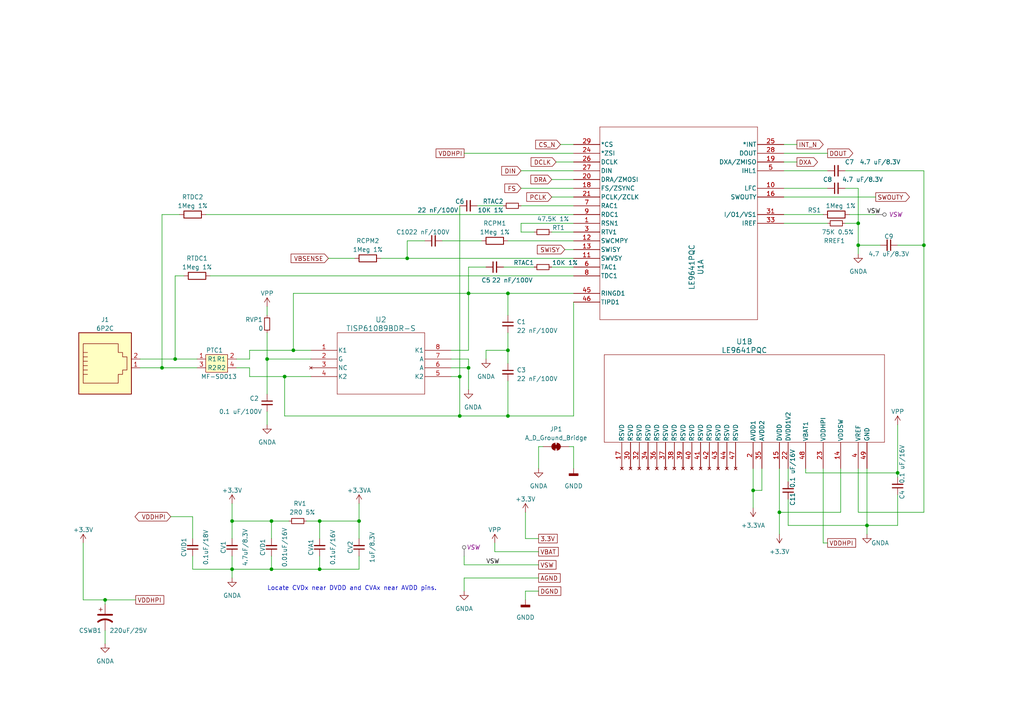
<source format=kicad_sch>
(kicad_sch (version 20230121) (generator eeschema)
  (paper "A4")
  (lib_symbols
    (symbol "Connector:6P2C" (pin_names (offset 1.016))
      (property "Reference" "J" (at -5.08 11.43 0))
      (property "Value" "6P2C" (at 2.54 11.43 0))
      (symbol "6P2C_0_1"
        (polyline (pts (xy -6.35 -1.905) (xy -5.08 -1.905) (xy -5.08 -1.905)))
        (polyline (pts (xy -6.35 -0.635) (xy -5.08 -0.635) (xy -5.08 -0.635)))
        (polyline (pts (xy -6.35 0.635) (xy -5.08 0.635) (xy -5.08 0.635)))
        (polyline (pts (xy -6.35 1.905) (xy -5.08 1.905) (xy -5.08 1.905)))
        (polyline (pts (xy -6.35 3.175) (xy -5.08 3.175) (xy -5.08 3.175)))
        (polyline (pts (xy -5.08 4.445) (xy -6.35 4.445) (xy -6.35 4.445)))
        (polyline (pts (xy -6.35 -4.445) (xy -6.35 6.985) (xy 3.81 6.985) (xy 3.81 4.445) (xy 5.08 4.445) (xy 5.08 3.175) (xy 6.35 3.175) (xy 6.35 -0.635) (xy 5.08 -0.635) (xy 5.08 -1.905) (xy 3.81 -1.905) (xy 3.81 -4.445) (xy -6.35 -4.445) (xy -6.35 -4.445)))
        (rectangle (start 7.62 10.16) (end -7.62 -7.62) (stroke (width 0.254)) (fill (type background)))
      )
      (symbol "6P2C_1_1"
        (pin passive line (at 10.16 0 180) (length 2.54) (name "~") (number "1"))
        (pin passive line (at 10.16 2.54 180) (length 2.54) (name "~") (number "2"))
      )
    )
    (symbol "Device:C_Polarized_US" (pin_numbers hide) (pin_names (offset 0.254) hide)
      (property "Reference" "C" (at 0.635 2.54 0))
      (property "Value" "C_Polarized_US" (at 0.635 -2.54 0))
      (symbol "C_Polarized_US_0_1"
        (polyline (pts (xy -2.032 0.762) (xy 2.032 0.762)) (stroke (width 0.508)))
        (polyline (pts (xy -1.778 2.286) (xy -0.762 2.286)))
        (polyline (pts (xy -1.27 1.778) (xy -1.27 2.794)))
        (arc (start 2.032 -1.27) (mid 0 -0.5572) (end -2.032 -1.27) (stroke (width 0.508)))
      )
      (symbol "C_Polarized_US_1_1"
        (pin passive line (at 0 3.81 270) (length 2.794) (name "~") (number "1"))
        (pin passive line (at 0 -3.81 90) (length 3.302) (name "~") (number "2"))
      )
    )
    (symbol "Device:C_Small" (pin_numbers hide) (pin_names (offset 0.254) hide)
      (property "Reference" "C" (at 0.254 1.778 0))
      (property "Value" "C_Small" (at 0.254 -2.032 0))
      (symbol "C_Small_0_1"
        (polyline (pts (xy -1.524 -0.508) (xy 1.524 -0.508)) (stroke (width 0.3302)))
        (polyline (pts (xy -1.524 0.508) (xy 1.524 0.508)) (stroke (width 0.3048)))
      )
      (symbol "C_Small_1_1"
        (pin passive line (at 0 2.54 270) (length 2.032) (name "~") (number "1"))
        (pin passive line (at 0 -2.54 90) (length 2.032) (name "~") (number "2"))
      )
    )
    (symbol "Device:R" (pin_numbers hide) (pin_names (offset 0))
      (property "Reference" "R" (at 2.032 0 90))
      (property "Value" "R" (at 0 0 90))
      (symbol "R_0_1"
        (rectangle (start -1.016 -2.54) (end 1.016 2.54) (stroke (width 0.254)))
      )
      (symbol "R_1_1"
        (pin passive line (at 0 3.81 270) (length 1.27) (name "~") (number "1"))
        (pin passive line (at 0 -3.81 90) (length 1.27) (name "~") (number "2"))
      )
    )
    (symbol "Device:R_Small" (pin_numbers hide) (pin_names (offset 0.254) hide)
      (property "Reference" "R" (at 0.762 0.508 0))
      (property "Value" "R_Small" (at 0.762 -1.016 0))
      (symbol "R_Small_0_1"
        (rectangle (start -0.762 1.778) (end 0.762 -1.778) (stroke (width 0.2032)))
      )
      (symbol "R_Small_1_1"
        (pin passive line (at 0 2.54 270) (length 0.762) (name "~") (number "1"))
        (pin passive line (at 0 -2.54 90) (length 0.762) (name "~") (number "2"))
      )
    )
    (symbol "Jumper:SolderJumper_2_Bridged" (pin_numbers hide) (pin_names (offset 0) hide)
      (property "Reference" "JP" (at 0 2.032 0))
      (property "Value" "SolderJumper_2_Bridged" (at 0 -2.54 0))
      (symbol "SolderJumper_2_Bridged_0_1"
        (rectangle (start -0.508 0.508) (end 0.508 -0.508) (fill (type outline)))
        (arc (start -0.254 1.016) (mid -1.2656 0) (end -0.254 -1.016))
        (arc (start -0.254 1.016) (mid -1.2656 0) (end -0.254 -1.016) (fill (type outline)))
        (polyline (pts (xy -0.254 1.016) (xy -0.254 -1.016)))
        (polyline (pts (xy 0.254 1.016) (xy 0.254 -1.016)))
        (arc (start 0.254 -1.016) (mid 1.2656 0) (end 0.254 1.016))
        (arc (start 0.254 -1.016) (mid 1.2656 0) (end 0.254 1.016) (fill (type outline)))
      )
      (symbol "SolderJumper_2_Bridged_1_1"
        (pin passive line (at -3.81 0 0) (length 2.54) (name "A") (number "1"))
        (pin passive line (at 3.81 0 180) (length 2.54) (name "B") (number "2"))
      )
    )
    (symbol "LE9641:LE9641PQC" (pin_names (offset 0.254))
      (property "Reference" "U1" (at 36.83 -35.56 90))
      (property "Value" "LE9641PQC" (at 34.29 -35.56 90))
      (symbol "LE9641PQC_1_1"
        (polyline (pts (xy 7.62 -50.8) (xy 53.34 -50.8)) (stroke (width 0.127)))
        (polyline (pts (xy 7.62 5.08) (xy 7.62 -50.8)) (stroke (width 0.127)))
        (polyline (pts (xy 53.34 -50.8) (xy 53.34 5.08)) (stroke (width 0.127)))
        (polyline (pts (xy 53.34 5.08) (xy 7.62 5.08)) (stroke (width 0.127)))
        (pin input line (at 0 -22.86 0) (length 7.62) (name "RSN1") (number "1"))
        (pin output line (at 60.96 -12.7 180) (length 7.62) (name "LFC") (number "10"))
        (pin input line (at 0 -33.02 0) (length 7.62) (name "SWVSY") (number "11"))
        (pin input line (at 0 -27.94 0) (length 7.62) (name "SWCMPY") (number "12"))
        (pin input line (at 0 -30.48 0) (length 7.62) (name "SWISY") (number "13"))
        (pin output line (at 60.96 -15.24 180) (length 7.62) (name "SWOUTY") (number "16"))
        (pin input line (at 0 -12.7 0) (length 7.62) (name "FS/ZSYNC") (number "18"))
        (pin output line (at 60.96 -5.08 180) (length 7.62) (name "DXA/ZMISO") (number "19"))
        (pin input line (at 0 -10.16 0) (length 7.62) (name "DRA/ZMOSI") (number "20"))
        (pin input line (at 0 -15.24 0) (length 7.62) (name "PCLK/ZCLK") (number "21"))
        (pin input line (at 0 -2.54 0) (length 7.62) (name "*ZSI") (number "24"))
        (pin output line (at 60.96 0 180) (length 7.62) (name "*INT") (number "25"))
        (pin input line (at 0 -5.08 0) (length 7.62) (name "DCLK") (number "26"))
        (pin input line (at 0 -7.62 0) (length 7.62) (name "DIN") (number "27"))
        (pin output line (at 60.96 -2.54 180) (length 7.62) (name "DOUT") (number "28"))
        (pin input line (at 0 0 0) (length 7.62) (name "*CS") (number "29"))
        (pin input line (at 0 -25.4 0) (length 7.62) (name "RTV1") (number "3"))
        (pin bidirectional line (at 60.96 -20.32 180) (length 7.62) (name "I/O1/VS1") (number "31"))
        (pin unspecified line (at 60.96 -22.86 180) (length 7.62) (name "IREF") (number "33"))
        (pin output line (at 0 -43.18 0) (length 7.62) (name "RINGD1") (number "45"))
        (pin output line (at 0 -45.72 0) (length 7.62) (name "TIPD1") (number "46"))
        (pin output line (at 60.96 -7.62 180) (length 7.62) (name "IHL1") (number "5"))
        (pin input line (at 0 -35.56 0) (length 7.62) (name "TAC1") (number "6"))
        (pin input line (at 0 -17.78 0) (length 7.62) (name "RAC1") (number "7"))
        (pin input line (at 0 -38.1 0) (length 7.62) (name "TDC1") (number "8"))
        (pin input line (at 0 -20.32 0) (length 7.62) (name "RDC1") (number "9"))
      )
      (symbol "LE9641PQC_2_1"
        (polyline (pts (xy 7.62 -76.2) (xy 33.02 -76.2)) (stroke (width 0.127)))
        (polyline (pts (xy 7.62 5.08) (xy 7.62 -76.2)) (stroke (width 0.127)))
        (polyline (pts (xy 33.02 -76.2) (xy 33.02 5.08)) (stroke (width 0.127)))
        (polyline (pts (xy 33.02 5.08) (xy 7.62 5.08)) (stroke (width 0.127)))
        (pin power_in line (at 0 -63.5 0) (length 7.62) (name "VDDSW") (number "14"))
        (pin power_in line (at 0 -45.72 0) (length 7.62) (name "DVDD") (number "15"))
        (pin no_connect line (at 0 0 0) (length 7.62) (name "RSVD") (number "17"))
        (pin power_in line (at 0 -38.1 0) (length 7.62) (name "AVDD1") (number "2"))
        (pin power_in line (at 0 -48.26 0) (length 7.62) (name "DVDD1V2") (number "22"))
        (pin power_in line (at 0 -58.42 0) (length 7.62) (name "VDDHPI") (number "23"))
        (pin no_connect line (at 0 -2.54 0) (length 7.62) (name "RSVD") (number "30"))
        (pin no_connect line (at 0 -5.08 0) (length 7.62) (name "RSVD") (number "32"))
        (pin no_connect line (at 0 -7.62 0) (length 7.62) (name "RSVD") (number "34"))
        (pin power_in line (at 0 -40.64 0) (length 7.62) (name "AVDD2") (number "35"))
        (pin no_connect line (at 0 -10.16 0) (length 7.62) (name "RSVD") (number "36"))
        (pin no_connect line (at 0 -12.7 0) (length 7.62) (name "RSVD") (number "37"))
        (pin no_connect line (at 0 -15.24 0) (length 7.62) (name "RSVD") (number "38"))
        (pin no_connect line (at 0 -17.78 0) (length 7.62) (name "RSVD") (number "39"))
        (pin unspecified line (at 0 -68.58 0) (length 7.62) (name "VREF") (number "4"))
        (pin no_connect line (at 0 -20.32 0) (length 7.62) (name "RSVD") (number "40"))
        (pin no_connect line (at 0 -22.86 0) (length 7.62) (name "RSVD") (number "41"))
        (pin no_connect line (at 0 -25.4 0) (length 7.62) (name "RSVD") (number "42"))
        (pin no_connect line (at 0 -27.94 0) (length 7.62) (name "RSVD") (number "43"))
        (pin no_connect line (at 0 -30.48 0) (length 7.62) (name "RSVD") (number "44"))
        (pin no_connect line (at 0 -33.02 0) (length 7.62) (name "RSVD") (number "47"))
        (pin power_in line (at 0 -53.34 0) (length 7.62) (name "VBAT1") (number "48"))
        (pin power_out line (at 0 -71.12 0) (length 7.62) (name "GND") (number "49"))
      )
    )
    (symbol "LE9641PQC_1" (pin_names (offset 0.254))
      (property "Reference" "U1" (at 36.83 -35.56 90))
      (property "Value" "LE9641PQC" (at 34.29 -35.56 90))
      (symbol "LE9641PQC_1_1_1"
        (polyline (pts (xy 7.62 -50.8) (xy 53.34 -50.8)) (stroke (width 0.127)))
        (polyline (pts (xy 7.62 5.08) (xy 7.62 -50.8)) (stroke (width 0.127)))
        (polyline (pts (xy 53.34 -50.8) (xy 53.34 5.08)) (stroke (width 0.127)))
        (polyline (pts (xy 53.34 5.08) (xy 7.62 5.08)) (stroke (width 0.127)))
        (pin input line (at 0 -22.86 0) (length 7.62) (name "RSN1") (number "1"))
        (pin output line (at 60.96 -12.7 180) (length 7.62) (name "LFC") (number "10"))
        (pin input line (at 0 -33.02 0) (length 7.62) (name "SWVSY") (number "11"))
        (pin input line (at 0 -27.94 0) (length 7.62) (name "SWCMPY") (number "12"))
        (pin input line (at 0 -30.48 0) (length 7.62) (name "SWISY") (number "13"))
        (pin output line (at 60.96 -15.24 180) (length 7.62) (name "SWOUTY") (number "16"))
        (pin input line (at 0 -12.7 0) (length 7.62) (name "FS/ZSYNC") (number "18"))
        (pin output line (at 60.96 -5.08 180) (length 7.62) (name "DXA/ZMISO") (number "19"))
        (pin input line (at 0 -10.16 0) (length 7.62) (name "DRA/ZMOSI") (number "20"))
        (pin input line (at 0 -15.24 0) (length 7.62) (name "PCLK/ZCLK") (number "21"))
        (pin input line (at 0 -2.54 0) (length 7.62) (name "*ZSI") (number "24"))
        (pin output line (at 60.96 0 180) (length 7.62) (name "*INT") (number "25"))
        (pin input line (at 0 -5.08 0) (length 7.62) (name "DCLK") (number "26"))
        (pin input line (at 0 -7.62 0) (length 7.62) (name "DIN") (number "27"))
        (pin output line (at 60.96 -2.54 180) (length 7.62) (name "DOUT") (number "28"))
        (pin input line (at 0 0 0) (length 7.62) (name "*CS") (number "29"))
        (pin input line (at 0 -25.4 0) (length 7.62) (name "RTV1") (number "3"))
        (pin bidirectional line (at 60.96 -20.32 180) (length 7.62) (name "I/O1/VS1") (number "31"))
        (pin unspecified line (at 60.96 -22.86 180) (length 7.62) (name "IREF") (number "33"))
        (pin output line (at 0 -43.18 0) (length 7.62) (name "RINGD1") (number "45"))
        (pin output line (at 0 -45.72 0) (length 7.62) (name "TIPD1") (number "46"))
        (pin output line (at 60.96 -7.62 180) (length 7.62) (name "IHL1") (number "5"))
        (pin input line (at 0 -35.56 0) (length 7.62) (name "TAC1") (number "6"))
        (pin input line (at 0 -17.78 0) (length 7.62) (name "RAC1") (number "7"))
        (pin input line (at 0 -38.1 0) (length 7.62) (name "TDC1") (number "8"))
        (pin input line (at 0 -20.32 0) (length 7.62) (name "RDC1") (number "9"))
      )
      (symbol "LE9641PQC_1_2_1"
        (polyline (pts (xy 7.62 -76.2) (xy 33.02 -76.2)) (stroke (width 0.127)))
        (polyline (pts (xy 7.62 5.08) (xy 7.62 -76.2)) (stroke (width 0.127)))
        (polyline (pts (xy 33.02 -76.2) (xy 33.02 5.08)) (stroke (width 0.127)))
        (polyline (pts (xy 33.02 5.08) (xy 7.62 5.08)) (stroke (width 0.127)))
        (pin power_in line (at 0 -63.5 0) (length 7.62) (name "VDDSW") (number "14"))
        (pin power_in line (at 0 -45.72 0) (length 7.62) (name "DVDD") (number "15"))
        (pin no_connect line (at 0 0 0) (length 7.62) (name "RSVD") (number "17"))
        (pin power_in line (at 0 -38.1 0) (length 7.62) (name "AVDD1") (number "2"))
        (pin power_in line (at 0 -48.26 0) (length 7.62) (name "DVDD1V2") (number "22"))
        (pin power_in line (at 0 -58.42 0) (length 7.62) (name "VDDHPI") (number "23"))
        (pin no_connect line (at 0 -2.54 0) (length 7.62) (name "RSVD") (number "30"))
        (pin no_connect line (at 0 -5.08 0) (length 7.62) (name "RSVD") (number "32"))
        (pin no_connect line (at 0 -7.62 0) (length 7.62) (name "RSVD") (number "34"))
        (pin power_in line (at 0 -40.64 0) (length 7.62) (name "AVDD2") (number "35"))
        (pin no_connect line (at 0 -10.16 0) (length 7.62) (name "RSVD") (number "36"))
        (pin no_connect line (at 0 -12.7 0) (length 7.62) (name "RSVD") (number "37"))
        (pin no_connect line (at 0 -15.24 0) (length 7.62) (name "RSVD") (number "38"))
        (pin no_connect line (at 0 -17.78 0) (length 7.62) (name "RSVD") (number "39"))
        (pin unspecified line (at 0 -68.58 0) (length 7.62) (name "VREF") (number "4"))
        (pin no_connect line (at 0 -20.32 0) (length 7.62) (name "RSVD") (number "40"))
        (pin no_connect line (at 0 -22.86 0) (length 7.62) (name "RSVD") (number "41"))
        (pin no_connect line (at 0 -25.4 0) (length 7.62) (name "RSVD") (number "42"))
        (pin no_connect line (at 0 -27.94 0) (length 7.62) (name "RSVD") (number "43"))
        (pin no_connect line (at 0 -30.48 0) (length 7.62) (name "RSVD") (number "44"))
        (pin no_connect line (at 0 -33.02 0) (length 7.62) (name "RSVD") (number "47"))
        (pin power_in line (at 0 -53.34 0) (length 7.62) (name "VBAT1") (number "48"))
        (pin power_out line (at 0 -71.12 0) (length 7.62) (name "GND") (number "49"))
      )
    )
    (symbol "TISP61089BDR-S:TISP61089BDR-S" (pin_names (offset 0.254))
      (property "Reference" "U" (at 20.32 10.16 0))
      (property "Value" "TISP61089BDR-S" (at 20.32 7.62 0))
      (symbol "TISP61089BDR-S_0_1"
        (polyline (pts (xy 7.62 -12.7) (xy 33.02 -12.7)) (stroke (width 0.127)))
        (polyline (pts (xy 7.62 5.08) (xy 7.62 -12.7)) (stroke (width 0.127)))
        (polyline (pts (xy 33.02 -12.7) (xy 33.02 5.08)) (stroke (width 0.127)))
        (polyline (pts (xy 33.02 5.08) (xy 7.62 5.08)) (stroke (width 0.127)))
        (pin bidirectional line (at 0 0 0) (length 7.62) (name "K1") (number "1"))
        (pin unspecified line (at 0 -2.54 0) (length 7.62) (name "G") (number "2"))
        (pin no_connect line (at 0 -5.08 0) (length 7.62) (name "NC") (number "3"))
        (pin bidirectional line (at 0 -7.62 0) (length 7.62) (name "K2") (number "4"))
        (pin bidirectional line (at 40.64 -7.62 180) (length 7.62) (name "K2") (number "5"))
        (pin power_out line (at 40.64 -5.08 180) (length 7.62) (name "A") (number "6"))
        (pin power_out line (at 40.64 -2.54 180) (length 7.62) (name "A") (number "7"))
        (pin bidirectional line (at 40.64 0 180) (length 7.62) (name "K1") (number "8"))
      )
    )
    (symbol "my_lib:MF-SD013/250"
      (property "Reference" "PTC" (at 0 1.27 0))
      (property "Value" "MF-SD013" (at 0 -1.27 0))
      (symbol "MF-SD013/250_1_1"
        (rectangle (start -2.54 -2.54) (end 3.81 -7.62) (fill (type background)))
        (pin bidirectional line (at -5.08 -3.81 0) (length 2.54) (name "R1") (number "1"))
        (pin bidirectional line (at 6.35 -3.81 180) (length 2.54) (name "R1") (number "2"))
        (pin bidirectional line (at -5.08 -6.35 0) (length 2.54) (name "R2") (number "3"))
        (pin bidirectional line (at 6.35 -6.35 180) (length 2.54) (name "R2") (number "4"))
      )
    )
    (symbol "power:+3.3V" (power) (pin_names (offset 0))
      (property "Value" "+3.3V" (at 0 3.556 0))
      (symbol "+3.3V_0_1"
        (polyline (pts (xy -0.762 1.27) (xy 0 2.54)))
        (polyline (pts (xy 0 0) (xy 0 2.54)))
        (polyline (pts (xy 0 2.54) (xy 0.762 1.27)))
      )
      (symbol "+3.3V_1_1"
        (pin power_in line (at 0 0 90) (length 0) hide (name "+3.3V") (number "1"))
      )
    )
    (symbol "power:+3.3VA" (power) (pin_names (offset 0))
      (property "Value" "+3.3VA" (at 0 3.556 0))
      (symbol "+3.3VA_0_1"
        (polyline (pts (xy -0.762 1.27) (xy 0 2.54)))
        (polyline (pts (xy 0 0) (xy 0 2.54)))
        (polyline (pts (xy 0 2.54) (xy 0.762 1.27)))
      )
      (symbol "+3.3VA_1_1"
        (pin power_in line (at 0 0 90) (length 0) hide (name "+3.3VA") (number "1"))
      )
    )
    (symbol "power:GNDA" (power) (pin_names (offset 0))
      (property "Value" "GNDA" (at 0 -3.81 0))
      (symbol "GNDA_0_1"
        (polyline (pts (xy 0 0) (xy 0 -1.27) (xy 1.27 -1.27) (xy 0 -2.54) (xy -1.27 -1.27) (xy 0 -1.27)))
      )
      (symbol "GNDA_1_1"
        (pin power_in line (at 0 0 270) (length 0) hide (name "GNDA") (number "1"))
      )
    )
    (symbol "power:GNDD" (power) (pin_names (offset 0))
      (property "Value" "GNDD" (at 0 -3.175 0))
      (symbol "GNDD_0_1"
        (rectangle (start -1.27 -1.524) (end 1.27 -2.032) (stroke (width 0.254)) (fill (type outline)))
        (polyline (pts (xy 0 0) (xy 0 -1.524)))
      )
      (symbol "GNDD_1_1"
        (pin power_in line (at 0 0 270) (length 0) hide (name "GNDD") (number "1"))
      )
    )
    (symbol "power:VPP" (power) (pin_names (offset 0))
      (property "Value" "VPP" (at 0 3.81 0))
      (symbol "VPP_0_1"
        (polyline (pts (xy -0.762 1.27) (xy 0 2.54)))
        (polyline (pts (xy 0 0) (xy 0 2.54)))
        (polyline (pts (xy 0 2.54) (xy 0.762 1.27)))
      )
      (symbol "VPP_1_1"
        (pin power_in line (at 0 0 90) (length 0) hide (name "VPP") (number "1"))
      )
    )
  )
  (junction (at 147.32 120.65))
  (junction (at 85.09 101.6))
  (junction (at 82.55 109.22))
  (junction (at 147.32 101.6))
  (junction (at 147.32 85.09))
  (junction (at 78.74 165.1))
  (junction (at 118.11 74.93))
  (junction (at 104.14 151.13))
  (junction (at 133.35 109.22))
  (junction (at 135.89 85.09))
  (junction (at 251.46 152.4))
  (junction (at 50.8 104.14))
  (junction (at 248.92 64.77))
  (junction (at 46.99 106.68))
  (junction (at 77.47 104.14))
  (junction (at 267.97 71.12))
  (junction (at 67.31 151.13))
  (junction (at 135.89 106.68))
  (junction (at 226.06 148.59))
  (junction (at 218.44 142.24))
  (junction (at 67.31 165.1))
  (junction (at 133.35 120.65))
  (junction (at 30.48 173.99))
  (junction (at 260.35 137.16))
  (junction (at 248.92 71.12))
  (junction (at 92.71 165.1))
  (junction (at 78.74 151.13))
  (junction (at 92.71 151.13))
  (wire (pts (xy 30.48 173.99) (xy 30.48 175.26)))
  (wire (pts (xy 248.92 148.59) (xy 267.97 148.59)))
  (wire (pts (xy 140.97 104.14) (xy 140.97 101.6)))
  (wire (pts (xy 67.31 161.29) (xy 67.31 165.1)))
  (wire (pts (xy 78.74 151.13) (xy 67.31 151.13)))
  (wire (pts (xy 218.44 135.89) (xy 218.44 142.24)))
  (wire (pts (xy 46.99 106.68) (xy 57.15 106.68)))
  (wire (pts (xy 130.81 106.68) (xy 135.89 106.68)))
  (wire (pts (xy 227.33 54.61) (xy 240.03 54.61)))
  (wire (pts (xy 134.62 171.45) (xy 134.62 167.64)))
  (wire (pts (xy 52.07 62.23) (xy 46.99 62.23)))
  (wire (pts (xy 135.89 104.14) (xy 130.81 104.14)))
  (wire (pts (xy 77.47 96.52) (xy 77.47 104.14)))
  (wire (pts (xy 130.81 109.22) (xy 133.35 109.22)))
  (wire (pts (xy 135.89 77.47) (xy 135.89 85.09)))
  (wire (pts (xy 30.48 186.69) (xy 30.48 182.88)))
  (wire (pts (xy 55.88 149.86) (xy 55.88 156.21)))
  (wire (pts (xy 228.6 152.4) (xy 251.46 152.4)))
  (wire (pts (xy 245.11 64.77) (xy 248.92 64.77)))
  (wire (pts (xy 156.21 129.54) (xy 156.21 135.89)))
  (wire (pts (xy 156.21 163.83) (xy 134.62 163.83)))
  (wire (pts (xy 151.13 59.69) (xy 166.37 59.69)))
  (wire (pts (xy 267.97 71.12) (xy 267.97 49.53)))
  (wire (pts (xy 92.71 165.1) (xy 78.74 165.1)))
  (wire (pts (xy 240.03 157.48) (xy 238.76 157.48)))
  (wire (pts (xy 110.49 74.93) (xy 118.11 74.93)))
  (wire (pts (xy 49.53 149.86) (xy 55.88 149.86)))
  (wire (pts (xy 135.89 106.68) (xy 135.89 113.03)))
  (wire (pts (xy 82.55 109.22) (xy 72.39 109.22)))
  (wire (pts (xy 104.14 146.05) (xy 104.14 151.13)))
  (wire (pts (xy 133.35 120.65) (xy 147.32 120.65)))
  (wire (pts (xy 60.96 80.01) (xy 166.37 80.01)))
  (wire (pts (xy 88.9 151.13) (xy 92.71 151.13)))
  (wire (pts (xy 245.11 49.53) (xy 267.97 49.53)))
  (wire (pts (xy 166.37 129.54) (xy 165.1 129.54)))
  (wire (pts (xy 227.33 49.53) (xy 240.03 49.53)))
  (wire (pts (xy 260.35 152.4) (xy 251.46 152.4)))
  (wire (pts (xy 40.64 106.68) (xy 46.99 106.68)))
  (wire (pts (xy 72.39 101.6) (xy 85.09 101.6)))
  (wire (pts (xy 82.55 120.65) (xy 133.35 120.65)))
  (wire (pts (xy 260.35 123.19) (xy 260.35 137.16)))
  (wire (pts (xy 118.11 69.85) (xy 118.11 74.93)))
  (wire (pts (xy 147.32 110.49) (xy 147.32 120.65)))
  (wire (pts (xy 67.31 165.1) (xy 67.31 167.64)))
  (wire (pts (xy 233.68 137.16) (xy 260.35 137.16)))
  (wire (pts (xy 78.74 151.13) (xy 83.82 151.13)))
  (wire (pts (xy 227.33 46.99) (xy 231.14 46.99)))
  (wire (pts (xy 160.02 57.15) (xy 166.37 57.15)))
  (wire (pts (xy 260.35 137.16) (xy 260.35 138.43)))
  (wire (pts (xy 104.14 161.29) (xy 104.14 165.1)))
  (wire (pts (xy 147.32 120.65) (xy 166.37 120.65)))
  (wire (pts (xy 267.97 71.12) (xy 267.97 148.59)))
  (wire (pts (xy 30.48 173.99) (xy 24.13 173.99)))
  (wire (pts (xy 248.92 148.59) (xy 248.92 135.89)))
  (wire (pts (xy 133.35 109.22) (xy 133.35 120.65)))
  (wire (pts (xy 50.8 80.01) (xy 50.8 104.14)))
  (wire (pts (xy 161.29 46.99) (xy 166.37 46.99)))
  (wire (pts (xy 55.88 165.1) (xy 67.31 165.1)))
  (wire (pts (xy 140.97 101.6) (xy 147.32 101.6)))
  (wire (pts (xy 78.74 165.1) (xy 67.31 165.1)))
  (wire (pts (xy 67.31 151.13) (xy 67.31 156.21)))
  (wire (pts (xy 104.14 151.13) (xy 92.71 151.13)))
  (wire (pts (xy 245.11 54.61) (xy 248.92 54.61)))
  (wire (pts (xy 72.39 106.68) (xy 72.39 109.22)))
  (wire (pts (xy 248.92 71.12) (xy 248.92 73.66)))
  (wire (pts (xy 166.37 64.77) (xy 151.13 64.77)))
  (wire (pts (xy 162.56 41.91) (xy 166.37 41.91)))
  (wire (pts (xy 85.09 85.09) (xy 135.89 85.09)))
  (wire (pts (xy 243.84 148.59) (xy 226.06 148.59)))
  (wire (pts (xy 77.47 119.38) (xy 77.47 123.19)))
  (wire (pts (xy 151.13 67.31) (xy 154.94 67.31)))
  (wire (pts (xy 24.13 157.48) (xy 24.13 173.99)))
  (wire (pts (xy 147.32 96.52) (xy 147.32 101.6)))
  (wire (pts (xy 95.25 74.93) (xy 102.87 74.93)))
  (wire (pts (xy 248.92 71.12) (xy 255.27 71.12)))
  (wire (pts (xy 152.4 171.45) (xy 156.21 171.45)))
  (wire (pts (xy 77.47 114.3) (xy 77.47 104.14)))
  (wire (pts (xy 135.89 104.14) (xy 135.89 106.68)))
  (wire (pts (xy 226.06 135.89) (xy 226.06 148.59)))
  (wire (pts (xy 82.55 109.22) (xy 90.17 109.22)))
  (wire (pts (xy 160.02 52.07) (xy 166.37 52.07)))
  (wire (pts (xy 227.33 64.77) (xy 240.03 64.77)))
  (wire (pts (xy 147.32 85.09) (xy 166.37 85.09)))
  (wire (pts (xy 133.35 59.69) (xy 133.35 109.22)))
  (wire (pts (xy 134.62 167.64) (xy 156.21 167.64)))
  (wire (pts (xy 228.6 144.78) (xy 228.6 152.4)))
  (wire (pts (xy 147.32 91.44) (xy 147.32 85.09)))
  (wire (pts (xy 227.33 62.23) (xy 238.76 62.23)))
  (wire (pts (xy 248.92 54.61) (xy 248.92 64.77)))
  (wire (pts (xy 146.05 77.47) (xy 154.94 77.47)))
  (wire (pts (xy 40.64 104.14) (xy 50.8 104.14)))
  (wire (pts (xy 246.38 62.23) (xy 254 62.23)))
  (wire (pts (xy 104.14 165.1) (xy 92.71 165.1)))
  (wire (pts (xy 143.51 157.48) (xy 143.51 160.02)))
  (wire (pts (xy 220.98 142.24) (xy 218.44 142.24)))
  (wire (pts (xy 55.88 161.29) (xy 55.88 165.1)))
  (wire (pts (xy 140.97 77.47) (xy 135.89 77.47)))
  (wire (pts (xy 152.4 148.59) (xy 152.4 156.21)))
  (wire (pts (xy 248.92 64.77) (xy 248.92 71.12)))
  (wire (pts (xy 68.58 104.14) (xy 72.39 104.14)))
  (wire (pts (xy 147.32 69.85) (xy 166.37 69.85)))
  (wire (pts (xy 67.31 146.05) (xy 67.31 151.13)))
  (wire (pts (xy 123.19 69.85) (xy 118.11 69.85)))
  (wire (pts (xy 163.83 72.39) (xy 166.37 72.39)))
  (wire (pts (xy 251.46 152.4) (xy 251.46 154.94)))
  (wire (pts (xy 243.84 135.89) (xy 243.84 148.59)))
  (wire (pts (xy 134.62 161.29) (xy 134.62 163.83)))
  (wire (pts (xy 135.89 85.09) (xy 135.89 101.6)))
  (wire (pts (xy 166.37 54.61) (xy 151.13 54.61)))
  (wire (pts (xy 260.35 71.12) (xy 267.97 71.12)))
  (wire (pts (xy 160.02 67.31) (xy 166.37 67.31)))
  (wire (pts (xy 78.74 161.29) (xy 78.74 165.1)))
  (wire (pts (xy 46.99 62.23) (xy 46.99 106.68)))
  (wire (pts (xy 166.37 120.65) (xy 166.37 87.63)))
  (wire (pts (xy 82.55 109.22) (xy 82.55 120.65)))
  (wire (pts (xy 72.39 101.6) (xy 72.39 104.14)))
  (wire (pts (xy 78.74 151.13) (xy 78.74 156.21)))
  (wire (pts (xy 130.81 101.6) (xy 135.89 101.6)))
  (wire (pts (xy 90.17 101.6) (xy 85.09 101.6)))
  (wire (pts (xy 220.98 135.89) (xy 220.98 142.24)))
  (wire (pts (xy 85.09 101.6) (xy 85.09 85.09)))
  (wire (pts (xy 92.71 161.29) (xy 92.71 165.1)))
  (wire (pts (xy 238.76 135.89) (xy 238.76 157.48)))
  (wire (pts (xy 156.21 160.02) (xy 143.51 160.02)))
  (wire (pts (xy 138.43 59.69) (xy 146.05 59.69)))
  (wire (pts (xy 152.4 171.45) (xy 152.4 173.99)))
  (wire (pts (xy 156.21 129.54) (xy 157.48 129.54)))
  (wire (pts (xy 160.02 77.47) (xy 166.37 77.47)))
  (wire (pts (xy 135.89 85.09) (xy 147.32 85.09)))
  (wire (pts (xy 92.71 151.13) (xy 92.71 156.21)))
  (wire (pts (xy 104.14 151.13) (xy 104.14 156.21)))
  (wire (pts (xy 228.6 135.89) (xy 228.6 139.7)))
  (wire (pts (xy 227.33 41.91) (xy 231.14 41.91)))
  (wire (pts (xy 233.68 135.89) (xy 233.68 137.16)))
  (wire (pts (xy 68.58 106.68) (xy 72.39 106.68)))
  (wire (pts (xy 77.47 88.9) (xy 77.47 91.44)))
  (wire (pts (xy 260.35 143.51) (xy 260.35 152.4)))
  (wire (pts (xy 151.13 64.77) (xy 151.13 67.31)))
  (wire (pts (xy 226.06 148.59) (xy 226.06 154.94)))
  (wire (pts (xy 147.32 101.6) (xy 147.32 105.41)))
  (wire (pts (xy 50.8 104.14) (xy 57.15 104.14)))
  (wire (pts (xy 218.44 142.24) (xy 218.44 147.32)))
  (wire (pts (xy 128.27 69.85) (xy 139.7 69.85)))
  (wire (pts (xy 30.48 173.99) (xy 39.37 173.99)))
  (wire (pts (xy 59.69 62.23) (xy 166.37 62.23)))
  (wire (pts (xy 227.33 44.45) (xy 240.03 44.45)))
  (wire (pts (xy 118.11 74.93) (xy 166.37 74.93)))
  (wire (pts (xy 166.37 129.54) (xy 166.37 135.89)))
  (wire (pts (xy 134.62 44.45) (xy 166.37 44.45)))
  (wire (pts (xy 156.21 156.21) (xy 152.4 156.21)))
  (wire (pts (xy 53.34 80.01) (xy 50.8 80.01)))
  (wire (pts (xy 151.13 49.53) (xy 166.37 49.53)))
  (wire (pts (xy 77.47 104.14) (xy 90.17 104.14)))
  (wire (pts (xy 227.33 57.15) (xy 254 57.15)))
  (wire (pts (xy 251.46 135.89) (xy 251.46 152.4)))
  (text "Locate CVDx near DVDD and CVAx near AVDD pins." (at 77.47 171.45 0) (effects (font (size 1.27 1.27)) (justify left bottom)))
  (label "VSW" (at 140.97 163.83 0))
  (label "VSW" (at 251.46 62.23 0))
  (global_label "VBAT" (shape passive) (at 156.21 160.02 0) (property "Intersheetrefs" "${INTERSHEET_REFS}" (effects hide)))
  (global_label "VBSENSE" (shape input) (at 95.25 74.93 180) (property "Intersheetrefs" "${INTERSHEET_REFS}" (effects hide)))
  (global_label "3.3V" (shape passive) (at 156.21 156.21 0) (property "Intersheetrefs" "${INTERSHEET_REFS}" (effects hide)))
  (global_label "DIN" (shape input) (at 151.13 49.53 180) (property "Intersheetrefs" "${INTERSHEET_REFS}" (effects hide)))
  (global_label "CS_N" (shape input) (at 162.56 41.91 180) (property "Intersheetrefs" "${INTERSHEET_REFS}" (effects hide)))
  (global_label "DGND" (shape passive) (at 156.21 171.45 0) (property "Intersheetrefs" "${INTERSHEET_REFS}" (effects hide)))
  (global_label "VDDHPI" (shape passive) (at 39.37 173.99 0) (property "Intersheetrefs" "${INTERSHEET_REFS}" (effects hide)))
  (global_label "INT_N" (shape output) (at 231.14 41.91 0) (property "Intersheetrefs" "${INTERSHEET_REFS}" (effects hide)))
  (global_label "FS" (shape input) (at 151.13 54.61 180) (property "Intersheetrefs" "${INTERSHEET_REFS}" (effects hide)))
  (global_label "VSW" (shape passive) (at 156.21 163.83 0) (property "Intersheetrefs" "${INTERSHEET_REFS}" (effects hide)))
  (global_label "VDDHPI" (shape passive) (at 134.62 44.45 180) (property "Intersheetrefs" "${INTERSHEET_REFS}" (effects hide)))
  (global_label "SWOUTY" (shape output) (at 254 57.15 0) (property "Intersheetrefs" "${INTERSHEET_REFS}" (effects hide)))
  (global_label "VDDHPI" (shape passive) (at 240.03 157.48 0) (property "Intersheetrefs" "${INTERSHEET_REFS}" (effects hide)))
  (global_label "DXA" (shape output) (at 231.14 46.99 0) (property "Intersheetrefs" "${INTERSHEET_REFS}" (effects hide)))
  (global_label "AGND" (shape passive) (at 156.21 167.64 0) (property "Intersheetrefs" "${INTERSHEET_REFS}" (effects hide)))
  (global_label "PCLK" (shape input) (at 160.02 57.15 180) (property "Intersheetrefs" "${INTERSHEET_REFS}" (effects hide)))
  (global_label "DRA" (shape input) (at 160.02 52.07 180) (property "Intersheetrefs" "${INTERSHEET_REFS}" (effects hide)))
  (global_label "VDDHPI" (shape bidirectional) (at 49.53 149.86 180) (property "Intersheetrefs" "${INTERSHEET_REFS}" (effects hide)))
  (global_label "DCLK" (shape input) (at 161.29 46.99 180) (property "Intersheetrefs" "${INTERSHEET_REFS}" (effects hide)))
  (global_label "DOUT" (shape output) (at 240.03 44.45 0) (property "Intersheetrefs" "${INTERSHEET_REFS}" (effects hide)))
  (global_label "SWISY" (shape input) (at 163.83 72.39 180) (property "Intersheetrefs" "${INTERSHEET_REFS}" (effects hide)))
  (netclass_flag "" (length 2.54) (shape round) (at 254 62.23 270) (property "Netclass" "VSW" (at 257.81 62.23 0) (effects (font italic) (justify left))))
  (netclass_flag "" (length 2.54) (shape round) (at 134.62 161.29 0) (property "Netclass" "VSW" (at 135.3185 158.75 0) (effects (font italic) (justify left))))
  (symbol (lib_id "power:GNDD") (at 166.37 135.89 0) (unit 1)
    (property "Reference" "#PWR057" (effects hide))
    (property "Value" "GNDD" (at 166.37 140.97 0))
  )
  (symbol (lib_id "power:+3.3VA") (at 218.44 147.32 180) (unit 1)
    (property "Reference" "#PWR035" (effects hide))
    (property "Value" "+3.3VA" (at 218.44 152.4 0))
  )
  (symbol (lib_id "power:GNDA") (at 251.46 154.94 0) (unit 1)
    (property "Reference" "#PWR05" (effects hide))
    (property "Value" "GNDA" (at 255.27 157.48 0))
    (instances (project "telluino" (path "" (reference "#PWR05") (unit 1)) (path "" (reference "#PWR06") (unit 1))))
  )
  (symbol (lib_id "Device:R") (at 106.68 74.93 90) (unit 1)
    (property "Reference" "RCPM2" (at 106.68 69.85 90))
    (property "Value" "1Meg 1%" (at 106.68 72.39 90))
    (property "Footprint" "Resistor_SMD:R_0603_1608Metric" (effects hide))
    (instances (project "telluino" (path "" (reference "RCPM2") (unit 1)) (path "" (reference "RCPM1") (unit 1))))
  )
  (symbol (lib_id "TISP61089BDR-S:TISP61089BDR-S") (at 90.17 101.6 0) (unit 1)
    (property "Reference" "U2" (at 110.49 92.71 0) (effects (font (size 1.524 1.524))))
    (property "Value" "TISP61089BDR-S" (at 110.49 95.25 0) (effects (font (size 1.524 1.524))))
    (property "Footprint" "my_lib:SOIC127P780X210-8N" (effects hide))
    (property "Datasheet" "TISP61089BDR-S" (effects hide))
  )
  (symbol (lib_id "Device:C_Small") (at 78.74 158.75 180) (unit 1)
    (property "Reference" "CVD1" (at 76.2 158.75 90))
    (property "Value" "0.01uF/16V" (at 82.55 158.75 90))
    (property "Footprint" "Capacitor_SMD:C_0603_1608Metric" (effects hide))
  )
  (symbol (lib_id "power:GNDA") (at 135.89 113.03 0) (unit 1)
    (property "Reference" "#PWR01" (effects hide))
    (property "Value" "GNDA" (at 137.16 118.11 0))
    (instances (project "telluino" (path "" (reference "#PWR01") (unit 1)) (path "" (reference "#PWR02") (unit 1))))
  )
  (symbol (lib_id "Device:C_Small") (at 77.47 116.84 0) (unit 1)
    (property "Reference" "C2" (at 72.39 115.57 0) (effects (justify left)))
    (property "Value" "0.1 uF/100V" (at 63.5 119.38 0) (effects (justify left)))
    (property "Footprint" "Capacitor_SMD:C_0603_1608Metric" (effects hide))
    (instances (project "telluino" (path "" (reference "C2") (unit 1)) (path "" (reference "C1") (unit 1))))
  )
  (symbol (lib_id "Device:C_Small") (at 260.35 140.97 180) (unit 1)
    (property "Reference" "C4" (at 261.62 143.51 90))
    (property "Value" "0.1 uF/16V" (at 261.62 134.62 90))
    (property "Footprint" "Capacitor_SMD:C_0603_1608Metric" (effects hide))
    (instances (project "telluino" (path "" (reference "C4") (unit 1)) (path "" (reference "C11") (unit 1))))
  )
  (symbol (lib_id "power:+3.3V") (at 67.31 146.05 0) (unit 1)
    (property "Reference" "#PWR022" (effects hide))
    (property "Value" "+3.3V" (at 67.31 142.24 0))
    (instances (project "telluino" (path "" (reference "#PWR022") (unit 1)) (path "" (reference "#PWR09") (unit 1))))
  )
  (symbol (lib_id "Device:C_Polarized_US") (at 30.48 179.07 0) (unit 1)
    (property "Reference" "CSWB1" (at 22.86 182.88 0) (effects (justify left)))
    (property "Value" "220uF/25V" (at 31.75 182.88 0) (effects (justify left)))
    (property "Footprint" "Capacitor_THT:CP_Radial_D6.3mm_P2.50mm" (effects hide))
  )
  (symbol (lib_id "power:VPP") (at 77.47 88.9 0) (unit 1)
    (property "Reference" "#PWR063" (effects hide))
    (property "Value" "VPP" (at 77.47 85.09 0))
  )
  (symbol (lib_id "Device:C_Small") (at 242.57 54.61 90) (unit 1)
    (property "Reference" "C8" (at 240.03 52.07 90))
    (property "Value" "4.7 uF/8.3V" (at 250.19 52.07 90))
    (property "Footprint" "Capacitor_SMD:C_0603_1608Metric" (effects hide))
    (instances (project "telluino" (path "" (reference "C8") (unit 1)) (path "" (reference "C9") (unit 1))))
  )
  (symbol (lib_id "power:GNDA") (at 248.92 73.66 0) (unit 1)
    (property "Reference" "#PWR06" (effects hide))
    (property "Value" "GNDA" (at 248.92 78.74 0))
    (instances (project "telluino" (path "" (reference "#PWR06") (unit 1)) (path "" (reference "#PWR05") (unit 1))))
  )
  (symbol (lib_id "power:GNDD") (at 152.4 173.99 0) (unit 1)
    (property "Reference" "#PWR016" (effects hide))
    (property "Value" "GNDD" (at 152.4 179.07 0))
  )
  (symbol (lib_id "Device:R") (at 57.15 80.01 90) (unit 1)
    (property "Reference" "RTDC1" (at 57.15 74.93 90))
    (property "Value" "1Meg 1%" (at 57.15 77.47 90))
    (property "Footprint" "Resistor_SMD:R_0603_1608Metric" (effects hide))
    (instances (project "telluino" (path "" (reference "RTDC1") (unit 1)) (path "" (reference "RTDC2") (unit 1))))
  )
  (symbol (lib_id "Device:C_Small") (at 125.73 69.85 90) (unit 1)
    (property "Reference" "C10" (at 116.84 67.31 90))
    (property "Value" "22 nF/100V" (at 124.46 67.31 90))
    (property "Footprint" "Capacitor_SMD:C_0603_1608Metric" (effects hide))
    (instances (project "telluino" (path "" (reference "C10") (unit 1)) (path "" (reference "C2") (unit 1))))
  )
  (symbol (lib_id "Device:R") (at 55.88 62.23 90) (unit 1)
    (property "Reference" "RTDC2" (at 55.88 57.15 90))
    (property "Value" "1Meg 1%" (at 55.88 59.69 90))
    (property "Footprint" "Resistor_SMD:R_0603_1608Metric" (effects hide))
    (instances (project "telluino" (path "" (reference "RTDC2") (unit 1)) (path "" (reference "RTDC1") (unit 1))))
  )
  (symbol (lib_id "Device:C_Small") (at 147.32 107.95 0) (unit 1)
    (property "Reference" "C3" (at 149.86 107.3213 0) (effects (justify left)))
    (property "Value" "22 nF/100V" (at 149.86 109.8613 0) (effects (justify left)))
    (property "Footprint" "Capacitor_SMD:C_0603_1608Metric" (effects hide))
    (instances (project "telluino" (path "" (reference "C3") (unit 1)) (path "" (reference "C6") (unit 1))))
  )
  (symbol (lib_id "power:GNDA") (at 156.21 135.89 0) (unit 1)
    (property "Reference" "#PWR056" (effects hide))
    (property "Value" "GNDA" (at 156.21 140.97 0))
  )
  (symbol (lib_id "Device:C_Small") (at 257.81 71.12 270) (unit 1)
    (property "Reference" "C9" (at 257.81 68.58 90))
    (property "Value" "4.7 uF/8.3V" (at 257.81 73.66 90))
    (property "Footprint" "Capacitor_SMD:C_0603_1608Metric" (effects hide))
    (instances (project "telluino" (path "" (reference "C9") (unit 1)) (path "" (reference "C10") (unit 1))))
  )
  (symbol (lib_id "Device:C_Small") (at 143.51 77.47 90) (unit 1)
    (property "Reference" "C5" (at 140.97 81.28 90))
    (property "Value" "22 nF/100V" (at 148.59 81.28 90))
    (property "Footprint" "Capacitor_SMD:C_0201_0603Metric_Pad0.64x0.40mm_HandSolder" (effects hide))
    (instances (project "telluino" (path "" (reference "C5") (unit 1)) (path "" (reference "C4") (unit 1))))
  )
  (symbol (lib_id "Device:C_Small") (at 147.32 93.98 0) (unit 1)
    (property "Reference" "C1" (at 149.86 93.3513 0) (effects (justify left)))
    (property "Value" "22 nF/100V" (at 149.86 95.8913 0) (effects (justify left)))
    (property "Footprint" "Capacitor_SMD:C_0603_1608Metric" (effects hide))
    (instances (project "telluino" (path "" (reference "C1") (unit 1)) (path "" (reference "C5") (unit 1))))
  )
  (symbol (lib_id "Device:C_Small") (at 55.88 158.75 180) (unit 1)
    (property "Reference" "CVID1" (at 53.34 158.75 90))
    (property "Value" "0.1uF/18V" (at 59.69 158.75 90))
    (property "Footprint" "Capacitor_SMD:C_0603_1608Metric" (effects hide))
  )
  (symbol (lib_name "LE9641PQC_1") (lib_id "LE9641:LE9641PQC") (at 180.34 135.89 90) (unit 2)
    (property "Reference" "U1" (at 215.9 99.06 90) (effects (font (size 1.524 1.524))))
    (property "Value" "LE9641PQC" (at 215.9 101.6 90) (effects (font (size 1.524 1.524))))
    (property "Footprint" "my_lib:QFN50P700X700X90-49N" (effects hide))
    (property "Datasheet" "LE9641PQC" (effects hide))
  )
  (symbol (lib_id "power:GNDA") (at 30.48 186.69 0) (unit 1)
    (property "Reference" "#PWR013" (effects hide))
    (property "Value" "GNDA" (at 30.48 191.77 0))
    (instances (project "telluino" (path "" (reference "#PWR013") (unit 1)) (path "" (reference "#PWR010") (unit 1)) (path "" (reference "#PWR021") (unit 1))))
  )
  (symbol (lib_id "power:VPP") (at 143.51 157.48 0) (unit 1)
    (property "Reference" "#PWR067" (effects hide))
    (property "Value" "VPP" (at 143.51 153.67 0))
  )
  (symbol (lib_id "power:GNDA") (at 77.47 123.19 0) (unit 1)
    (property "Reference" "#PWR02" (effects hide))
    (property "Value" "GNDA" (at 77.47 128.27 0))
    (instances (project "telluino" (path "" (reference "#PWR02") (unit 1)) (path "" (reference "#PWR01") (unit 1))))
  )
  (symbol (lib_id "power:+3.3VA") (at 104.14 146.05 0) (unit 1)
    (property "Reference" "#PWR062" (effects hide))
    (property "Value" "+3.3VA" (at 104.14 142.24 0))
  )
  (symbol (lib_id "Device:R_Small") (at 242.57 64.77 90) (unit 1)
    (property "Reference" "RREF1" (at 245.11 69.85 90) (effects (justify left)))
    (property "Value" "75K 0.5%" (at 247.65 67.31 90) (effects (justify left)))
    (property "Footprint" "Resistor_SMD:R_0603_1608Metric" (effects hide))
  )
  (symbol (lib_id "power:+3.3V") (at 24.13 157.48 0) (unit 1)
    (property "Reference" "#PWR021" (effects hide))
    (property "Value" "+3.3V" (at 24.13 153.67 0))
    (instances (project "telluino" (path "" (reference "#PWR021") (unit 1)) (path "" (reference "#PWR010") (unit 1))))
  )
  (symbol (lib_id "Device:R_Small") (at 148.59 59.69 90) (unit 1)
    (property "Reference" "RTAC2" (at 146.05 58.42 90) (effects (justify left)))
    (property "Value" "10K 1%" (at 146.05 60.96 90) (effects (justify left)))
    (property "Footprint" "Resistor_SMD:R_0603_1608Metric" (effects hide))
    (instances (project "telluino" (path "" (reference "RTAC2") (unit 1)) (path "" (reference "RTAC1") (unit 1))))
  )
  (symbol (lib_id "Jumper:SolderJumper_2_Bridged") (at 161.29 129.54 0) (unit 1)
    (property "Reference" "JP1" (at 161.29 124.46 0))
    (property "Value" "A_D_Ground_Bridge" (at 161.29 127 0))
    (property "Footprint" "Jumper:SolderJumper-2_P1.3mm_Bridged_RoundedPad1.0x1.5mm" (effects hide))
  )
  (symbol (lib_id "Device:R_Small") (at 157.48 67.31 90) (unit 1)
    (property "Reference" "RT1" (at 163.83 66.04 90) (effects (justify left)))
    (property "Value" "47.5K 1%" (at 165.1 63.5 90) (effects (justify left)))
    (property "Footprint" "Resistor_SMD:R_0603_1608Metric" (effects hide))
  )
  (symbol (lib_id "Device:C_Small") (at 67.31 158.75 180) (unit 1)
    (property "Reference" "CV1" (at 64.77 158.75 90))
    (property "Value" "4.7uF/8.3V" (at 71.12 158.75 90))
    (property "Footprint" "Capacitor_SMD:C_0603_1608Metric" (effects hide))
  )
  (symbol (lib_id "Device:R") (at 242.57 62.23 90) (unit 1)
    (property "Reference" "RS1" (at 236.22 60.96 90))
    (property "Value" "1Meg 1%" (at 243.84 59.69 90))
    (property "Footprint" "Resistor_SMD:R_0603_1608Metric" (effects hide))
  )
  (symbol (lib_id "power:+3.3V") (at 226.06 154.94 180) (unit 1)
    (property "Reference" "#PWR014" (effects hide))
    (property "Value" "+3.3V" (at 226.06 160.02 0))
  )
  (symbol (lib_id "Device:C_Small") (at 92.71 158.75 180) (unit 1)
    (property "Reference" "CVA1" (at 90.17 158.75 90))
    (property "Value" "0.1uF/16V" (at 96.52 158.75 90))
    (property "Footprint" "Capacitor_SMD:C_0603_1608Metric" (effects hide))
  )
  (symbol (lib_id "power:GNDA") (at 67.31 167.64 0) (unit 1)
    (property "Reference" "#PWR09" (effects hide))
    (property "Value" "GNDA" (at 67.31 172.72 0))
    (instances (project "telluino" (path "" (reference "#PWR09") (unit 1)) (path "" (reference "#PWR09") (unit 1)) (path "" (reference "#PWR012") (unit 1))))
  )
  (symbol (lib_id "power:+3.3V") (at 152.4 148.59 0) (unit 1)
    (property "Reference" "#PWR013" (effects hide))
    (property "Value" "+3.3V" (at 152.4 144.78 0))
  )
  (symbol (lib_id "Device:C_Small") (at 228.6 142.24 180) (unit 1)
    (property "Reference" "C11" (at 229.87 144.78 90))
    (property "Value" "0.1 uF/16V" (at 229.87 135.89 90))
    (property "Footprint" "Capacitor_SMD:C_0603_1608Metric" (effects hide))
    (instances (project "telluino" (path "" (reference "C11") (unit 1)) (path "" (reference "C7") (unit 1))))
  )
  (symbol (lib_id "power:GNDA") (at 140.97 104.14 0) (unit 1)
    (property "Reference" "#PWR03" (effects hide))
    (property "Value" "GNDA" (at 140.97 109.22 0))
  )
  (symbol (lib_id "Connector:6P2C") (at 30.48 106.68 0) (unit 1)
    (property "Reference" "J1" (at 30.48 92.71 0))
    (property "Value" "6P2C" (at 30.48 95.25 0))
    (property "Footprint" "Connector_RJ:RJ12_Amphenol_54601" (effects hide))
  )
  (symbol (lib_id "power:GNDA") (at 134.62 171.45 0) (unit 1)
    (property "Reference" "#PWR011" (effects hide))
    (property "Value" "GNDA" (at 134.62 176.53 0))
  )
  (symbol (lib_id "Device:C_Small") (at 242.57 49.53 90) (unit 1)
    (property "Reference" "C7" (at 246.38 46.99 90))
    (property "Value" "4.7 uF/8.3V" (at 255.27 46.99 90))
    (property "Footprint" "Capacitor_SMD:C_0603_1608Metric" (effects hide))
    (instances (project "telluino" (path "" (reference "C7") (unit 1)) (path "" (reference "C8") (unit 1))))
  )
  (symbol (lib_id "Device:R_Small") (at 157.48 77.47 90) (unit 1)
    (property "Reference" "RTAC1" (at 154.94 76.2 90) (effects (justify left)))
    (property "Value" "10K 1%" (at 167.64 76.2 90) (effects (justify left)))
    (property "Footprint" "Resistor_SMD:R_0603_1608Metric" (effects hide))
    (instances (project "telluino" (path "" (reference "RTAC1") (unit 1)) (path "" (reference "RTAC2") (unit 1))))
  )
  (symbol (lib_id "Device:C_Small") (at 104.14 158.75 180) (unit 1)
    (property "Reference" "CV2" (at 101.6 158.75 90))
    (property "Value" "1uF/8.3V" (at 107.95 158.75 90))
    (property "Footprint" "Capacitor_SMD:C_0603_1608Metric" (effects hide))
  )
  (symbol (lib_id "power:VPP") (at 260.35 123.19 0) (unit 1)
    (property "Reference" "#PWR068" (effects hide))
    (property "Value" "VPP" (at 260.35 119.38 0))
  )
  (symbol (lib_id "LE9641:LE9641PQC") (at 166.37 41.91 0) (unit 1)
    (property "Reference" "U1" (at 203.2 77.47 90) (effects (font (size 1.524 1.524))))
    (property "Value" "LE9641PQC" (at 200.66 77.47 90) (effects (font (size 1.524 1.524))))
    (property "Footprint" "my_lib:QFN50P700X700X90-49N" (effects hide))
    (property "Datasheet" "LE9641PQC" (effects hide))
  )
  (symbol (lib_id "Device:C_Small") (at 135.89 59.69 90) (unit 1)
    (property "Reference" "C6" (at 133.35 58.42 90))
    (property "Value" "22 nF/100V" (at 127 60.96 90))
    (property "Footprint" "Capacitor_SMD:C_0603_1608Metric" (effects hide))
    (instances (project "telluino" (path "" (reference "C6") (unit 1)) (path "" (reference "C3") (unit 1))))
  )
  (symbol (lib_id "Device:R_Small") (at 86.36 151.13 90) (unit 1)
    (property "Reference" "RV1" (at 88.9 146.05 90) (effects (justify left)))
    (property "Value" "2R0 5%" (at 91.44 148.59 90) (effects (justify left)))
    (property "Footprint" "Resistor_SMD:R_0603_1608Metric" (effects hide))
  )
  (symbol (lib_id "Device:R_Small") (at 77.47 93.98 0) (unit 1)
    (property "Reference" "RVP1" (at 71.12 92.71 0) (effects (justify left)))
    (property "Value" "0" (at 74.93 95.25 0) (effects (justify left)))
    (property "Footprint" "Resistor_SMD:R_0603_1608Metric" (effects hide))
  )
  (symbol (lib_id "my_lib:MF-SD013/250") (at 62.23 100.33 0) (unit 1)
    (property "Reference" "PTC1" (at 62.23 101.6 0))
    (property "Value" "MF-SD013" (at 63.5 109.22 0))
    (property "Footprint" "my_lib:ptc-4-mf-sd" (effects hide))
  )
  (symbol (lib_id "Device:R") (at 143.51 69.85 90) (unit 1)
    (property "Reference" "RCPM1" (at 143.51 64.77 90))
    (property "Value" "1Meg 1%" (at 143.51 67.31 90))
    (property "Footprint" "Resistor_SMD:R_0603_1608Metric" (effects hide))
    (instances (project "telluino" (path "" (reference "RCPM1") (unit 1)) (path "" (reference "RCPM2") (unit 1))))
  )
)
</source>
